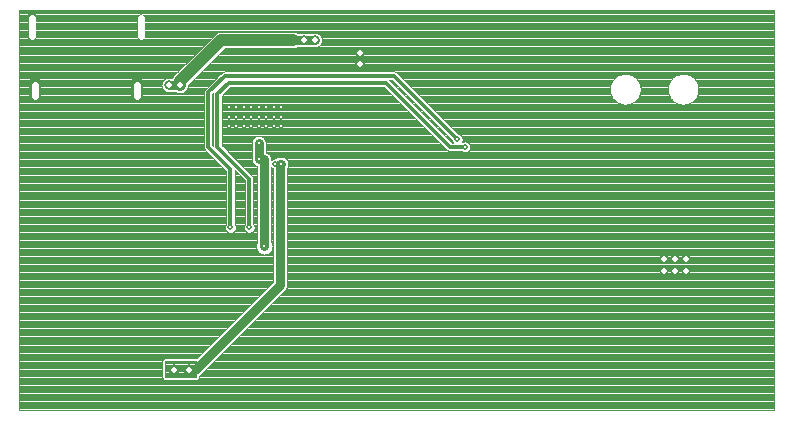
<source format=gbr>
G04 DipTrace 3.3.1.3*
G04 Bottom.gbr*
%MOMM*%
G04 #@! TF.FileFunction,Copper,L2,Bot*
G04 #@! TF.Part,Single*
%ADD13C,0.3*%
%ADD15C,0.5*%
%ADD66C,0.6*%
G04 #@! TA.AperFunction,ViaPad*
%ADD14C,0.8*%
%ADD16C,1.0*%
G04 #@! TA.AperFunction,CopperBalancing*
%ADD20C,0.1*%
G04 #@! TA.AperFunction,ComponentPad*
%ADD61O,1.1X2.1*%
%ADD63O,0.7X2.2*%
%ADD64R,0.7X2.2*%
%FSLAX35Y35*%
G04*
G71*
G90*
G75*
G01*
G04 Bottom*
%LPD*%
X2366050Y1397673D2*
D13*
X2540673D1*
D14*
X3260800Y2117800D1*
Y3143927D1*
X3270927D1*
X2493050Y1397673D2*
D13*
X2540673D1*
X4763177Y3350300D2*
X4223427Y3890050D1*
X2794673D1*
X2651800Y3747177D1*
Y3286800D1*
X2842300Y3096300D1*
Y2604173D1*
X3080800Y3180800D2*
D14*
X3128050D1*
Y2445427D1*
X3080800Y3320800D2*
Y3180800D1*
X3001050Y2604173D2*
D13*
Y3016923D1*
X2731173Y3286800D1*
Y3731300D1*
X2826423Y3826550D1*
X4159923D1*
X4699673Y3286800D1*
X4826673D1*
X2318427Y3810677D2*
D14*
X2413677Y3810673D1*
D16*
Y3842427D1*
X2762927Y4191677D1*
X3371427D1*
D14*
X3461427D1*
X3556673D2*
X3461427D1*
D15*
X3128050Y2445427D3*
X3001050Y2604173D3*
X2842300D3*
X3080800Y3320800D3*
X4763177Y3350300D3*
X4826673Y3286800D3*
X3080800Y3180800D3*
X3270927Y3143927D3*
X3223300D3*
D16*
X2366050Y1397673D3*
X2493050D3*
D14*
X6509427Y2334300D3*
X3937677Y4080550D3*
X6509423Y2239050D3*
X6699927Y2334300D3*
X3937673Y3985300D3*
X6699927Y2239050D3*
X6604673D3*
Y2334300D3*
X3461427Y4191677D3*
X3556673D3*
X2413677Y3810673D3*
X2318427Y3810677D3*
D15*
X2826427Y3461423D3*
X2889927D3*
X2953427D3*
X3016923D3*
X3080427D3*
X3143927D3*
X3207423D3*
X3270927D3*
X2826427Y3540800D3*
X2889927D3*
X2953430D3*
X3016920D3*
X3080430D3*
X3143930D3*
X3207420D3*
X3270923D3*
X2826430Y3620173D3*
X2889930D3*
X2953433D3*
X3016923D3*
X3080433D3*
X3143933D3*
X3207423D3*
X3270930D3*
X2292683Y1462383D2*
D20*
X2550547D1*
X2292683Y1452717D2*
X2550547D1*
X2292683Y1443050D2*
X2550547D1*
X2292683Y1433383D2*
X2550547D1*
X2292683Y1423717D2*
X2550547D1*
X2292683Y1414050D2*
X2550547D1*
X2292683Y1404383D2*
X2550547D1*
X2292683Y1394717D2*
X2550547D1*
X2292683Y1385050D2*
X2550547D1*
X2292683Y1375383D2*
X2550547D1*
X2292683Y1365717D2*
X2550547D1*
X2292683Y1356050D2*
X2550547D1*
X2292683Y1346383D2*
X2550547D1*
X2551530Y1472050D2*
X2291687D1*
X2291673Y1339180D1*
X2551537Y1339173D1*
X2551550Y1472043D1*
X1056810Y4436133D2*
X7444790D1*
X1056810Y4426467D2*
X7444790D1*
X1056810Y4416800D2*
X7444790D1*
X1056810Y4407133D2*
X7444790D1*
X1056810Y4397467D2*
X7444790D1*
X1056810Y4387800D2*
X7444790D1*
X1056810Y4378133D2*
X7444790D1*
X1056810Y4368467D2*
X7444790D1*
X1056810Y4358800D2*
X7444790D1*
X1056810Y4349133D2*
X7444790D1*
X1056810Y4339467D2*
X7444790D1*
X1056810Y4329800D2*
X7444790D1*
X1056810Y4320133D2*
X7444790D1*
X1056810Y4310467D2*
X7444790D1*
X1056810Y4300800D2*
X7444790D1*
X1056810Y4291133D2*
X7444790D1*
X1056810Y4281467D2*
X7444790D1*
X1056810Y4271800D2*
X7444790D1*
X1056810Y4262133D2*
X2757427D1*
X3376927D2*
X7444790D1*
X1056810Y4252467D2*
X2726020D1*
X3408333D2*
X7444790D1*
X1056810Y4242800D2*
X2713227D1*
X3590207D2*
X7444790D1*
X1056810Y4233133D2*
X2703540D1*
X3601867D2*
X7444790D1*
X1056810Y4223467D2*
X2693873D1*
X3609270D2*
X7444790D1*
X1056810Y4213800D2*
X2684203D1*
X3614093D2*
X7444790D1*
X1056810Y4204133D2*
X2674537D1*
X3616987D2*
X7444790D1*
X1056810Y4194467D2*
X2664867D1*
X3618217D2*
X7444790D1*
X1056810Y4184800D2*
X2655200D1*
X3617883D2*
X7444790D1*
X1056810Y4175133D2*
X2645533D1*
X3615970D2*
X7444790D1*
X1056810Y4165467D2*
X2635863D1*
X3612317D2*
X7444790D1*
X1056810Y4155800D2*
X2626217D1*
X3606517D2*
X7444790D1*
X1056810Y4146133D2*
X2616547D1*
X3597650D2*
X7444790D1*
X1056810Y4136467D2*
X2606880D1*
X3582650D2*
X7444790D1*
X1056810Y4126800D2*
X2597213D1*
X3400267D2*
X7444790D1*
X1056810Y4117133D2*
X2587543D1*
X2789230D2*
X7444790D1*
X1056810Y4107467D2*
X2577877D1*
X2779563D2*
X7444790D1*
X1056810Y4097800D2*
X2568207D1*
X2769897D2*
X7444790D1*
X1056810Y4088133D2*
X2558540D1*
X2760227D2*
X7444790D1*
X1056810Y4078467D2*
X2548873D1*
X2750560D2*
X7444790D1*
X1056810Y4068800D2*
X2539203D1*
X2740893D2*
X7444790D1*
X1056810Y4059133D2*
X2529537D1*
X2731223D2*
X7444790D1*
X1056810Y4049467D2*
X2519867D1*
X2721557D2*
X7444790D1*
X1056810Y4039800D2*
X2510200D1*
X2711887D2*
X7444790D1*
X1056810Y4030133D2*
X2500533D1*
X2702220D2*
X7444790D1*
X1056810Y4020467D2*
X2490863D1*
X2692553D2*
X7444790D1*
X1056810Y4010800D2*
X2481217D1*
X2682903D2*
X7444790D1*
X1056810Y4001133D2*
X2471547D1*
X2673237D2*
X7444790D1*
X1056810Y3991467D2*
X2461880D1*
X2663567D2*
X7444790D1*
X1056810Y3981800D2*
X2452213D1*
X2653900D2*
X7444790D1*
X1056810Y3972133D2*
X2442543D1*
X2644230D2*
X7444790D1*
X1056810Y3962467D2*
X2432877D1*
X2634563D2*
X7444790D1*
X1056810Y3952800D2*
X2423207D1*
X2624897D2*
X7444790D1*
X1056810Y3943133D2*
X2413540D1*
X2615227D2*
X7444790D1*
X1056810Y3933467D2*
X2403873D1*
X2605560D2*
X7444790D1*
X1056810Y3923800D2*
X2394203D1*
X2595893D2*
X2782350D1*
X4235757D2*
X7444790D1*
X1056810Y3914133D2*
X2384537D1*
X2586223D2*
X2767407D1*
X4250697D2*
X7444790D1*
X1056810Y3904467D2*
X2374867D1*
X2576557D2*
X2757740D1*
X4260363D2*
X6168343D1*
X6200247D2*
X6658343D1*
X6690247D2*
X7444790D1*
X1056810Y3894800D2*
X2365200D1*
X2566887D2*
X2748070D1*
X4270033D2*
X6131977D1*
X6236633D2*
X6621977D1*
X6726633D2*
X7444790D1*
X1056810Y3885133D2*
X2356450D1*
X2557220D2*
X2738403D1*
X4279680D2*
X6113600D1*
X6255013D2*
X6603600D1*
X6745013D2*
X7444790D1*
X1056810Y3875467D2*
X2350280D1*
X2547553D2*
X2728737D1*
X4289350D2*
X6100260D1*
X6268333D2*
X6590260D1*
X6758333D2*
X7444790D1*
X1056810Y3865800D2*
X2292250D1*
X2537903D2*
X2719067D1*
X4299017D2*
X6089770D1*
X6278820D2*
X6579770D1*
X6768820D2*
X7444790D1*
X1056810Y3856133D2*
X2277350D1*
X2528237D2*
X2709420D1*
X4308683D2*
X6081273D1*
X6287337D2*
X6571273D1*
X6777337D2*
X7444790D1*
X1056810Y3846467D2*
X2268520D1*
X2518567D2*
X2699750D1*
X4191360D2*
X4215670D1*
X4318353D2*
X6074283D1*
X6294330D2*
X6564283D1*
X6784330D2*
X7444790D1*
X1056810Y3836800D2*
X2262740D1*
X2508900D2*
X2690083D1*
X4201030D2*
X4225337D1*
X4328020D2*
X6068520D1*
X6300090D2*
X6558520D1*
X6790090D2*
X7444790D1*
X1056810Y3827133D2*
X2259107D1*
X2499230D2*
X2680417D1*
X4210677D2*
X4235007D1*
X4337690D2*
X6063813D1*
X6304797D2*
X6553813D1*
X6794797D2*
X7444790D1*
X1056810Y3817467D2*
X2257213D1*
X2489563D2*
X2670747D1*
X4220343D2*
X4244673D1*
X4347357D2*
X6060023D1*
X6308567D2*
X6550023D1*
X6798567D2*
X7444790D1*
X1056810Y3807800D2*
X2256900D1*
X2485227D2*
X2661080D1*
X4230013D2*
X4254320D1*
X4357023D2*
X6057113D1*
X6311497D2*
X6547113D1*
X6801497D2*
X7444790D1*
X1056810Y3798133D2*
X2258130D1*
X2484153D2*
X2651410D1*
X4239680D2*
X4263990D1*
X4366693D2*
X6054987D1*
X6313627D2*
X6544987D1*
X6803627D2*
X7444790D1*
X1056810Y3788467D2*
X2261040D1*
X2481693D2*
X2641743D1*
X2839680D2*
X4146667D1*
X4249350D2*
X4273657D1*
X4376360D2*
X6053600D1*
X6314993D2*
X6543600D1*
X6804993D2*
X7444790D1*
X1056810Y3778800D2*
X2265883D1*
X2477670D2*
X2632077D1*
X2830013D2*
X4156333D1*
X4259017D2*
X4283327D1*
X4386030D2*
X6052953D1*
X6315637D2*
X6542953D1*
X6805637D2*
X7444790D1*
X1056810Y3769133D2*
X2273307D1*
X2471770D2*
X2622780D1*
X2820343D2*
X4166000D1*
X4268683D2*
X4292993D1*
X4395697D2*
X6053033D1*
X6315580D2*
X6543033D1*
X6805580D2*
X7444790D1*
X1056810Y3759467D2*
X2285023D1*
X2463273D2*
X2617387D1*
X2810677D2*
X4175670D1*
X4278353D2*
X4302660D1*
X4405363D2*
X6053813D1*
X6314780D2*
X6543813D1*
X6804780D2*
X7444790D1*
X1056810Y3749800D2*
X2376920D1*
X2450443D2*
X2615297D1*
X2801030D2*
X4185317D1*
X4288020D2*
X4312330D1*
X4415033D2*
X6055337D1*
X6313257D2*
X6545337D1*
X6803257D2*
X7444790D1*
X1056810Y3740133D2*
X2409770D1*
X2417590D2*
X2615200D1*
X2791360D2*
X4194987D1*
X4297690D2*
X4321997D1*
X4424680D2*
X6057623D1*
X6310970D2*
X6547623D1*
X6800970D2*
X7444790D1*
X1056810Y3730467D2*
X2615200D1*
X2688393D2*
X2694587D1*
X2781693D2*
X4204653D1*
X4307357D2*
X4331667D1*
X4434350D2*
X6060707D1*
X6307883D2*
X6550707D1*
X6797883D2*
X7444790D1*
X1056810Y3720800D2*
X2615200D1*
X2688393D2*
X2694587D1*
X2772023D2*
X4214320D1*
X4317023D2*
X4341333D1*
X4444017D2*
X6064673D1*
X6303940D2*
X6554673D1*
X6793940D2*
X7444790D1*
X1056810Y3711133D2*
X2615200D1*
X2688393D2*
X2694587D1*
X2767767D2*
X4223990D1*
X4326693D2*
X4351000D1*
X4453683D2*
X6069577D1*
X6299037D2*
X6559577D1*
X6789037D2*
X7444790D1*
X1056810Y3701467D2*
X2615200D1*
X2688393D2*
X2694587D1*
X2767767D2*
X4233657D1*
X4336360D2*
X4360670D1*
X4463353D2*
X6075553D1*
X6293040D2*
X6565553D1*
X6783040D2*
X7444790D1*
X1056810Y3691800D2*
X2615200D1*
X2688393D2*
X2694587D1*
X2767767D2*
X4243327D1*
X4346030D2*
X4370337D1*
X4473020D2*
X6082837D1*
X6285773D2*
X6572837D1*
X6775773D2*
X7444790D1*
X1056810Y3682133D2*
X2615200D1*
X2688393D2*
X2694587D1*
X2767767D2*
X4252993D1*
X4355677D2*
X4380007D1*
X4482690D2*
X6091683D1*
X6276907D2*
X6581683D1*
X6766907D2*
X7444790D1*
X1056810Y3672467D2*
X2615200D1*
X2688393D2*
X2694587D1*
X2767767D2*
X4262660D1*
X4365343D2*
X4389673D1*
X4492357D2*
X6102643D1*
X6265970D2*
X6592643D1*
X6755970D2*
X7444790D1*
X1056810Y3662800D2*
X2615200D1*
X2688393D2*
X2694587D1*
X2767767D2*
X4272330D1*
X4375013D2*
X4399320D1*
X4502023D2*
X6116723D1*
X6251867D2*
X6606723D1*
X6741867D2*
X7444790D1*
X1056810Y3653133D2*
X2615200D1*
X2688393D2*
X2694587D1*
X2767767D2*
X4281997D1*
X4384680D2*
X4408990D1*
X4511693D2*
X6136703D1*
X6231887D2*
X6626703D1*
X6721887D2*
X7444790D1*
X1056810Y3643467D2*
X2615200D1*
X2688393D2*
X2694587D1*
X2767767D2*
X4291667D1*
X4394350D2*
X4418657D1*
X4521360D2*
X7444790D1*
X1056810Y3633800D2*
X2615200D1*
X2688393D2*
X2694587D1*
X2767767D2*
X4301333D1*
X4404017D2*
X4428327D1*
X4531030D2*
X7444790D1*
X1056810Y3624133D2*
X2615200D1*
X2688393D2*
X2694587D1*
X2767767D2*
X4311000D1*
X4413683D2*
X4437993D1*
X4540697D2*
X7444790D1*
X1056810Y3614467D2*
X2615200D1*
X2688393D2*
X2694587D1*
X2767767D2*
X4320670D1*
X4423353D2*
X4447660D1*
X4550363D2*
X7444790D1*
X1056810Y3604800D2*
X2615200D1*
X2688393D2*
X2694587D1*
X2767767D2*
X4330317D1*
X4433020D2*
X4457330D1*
X4560033D2*
X7444790D1*
X1056810Y3595133D2*
X2615200D1*
X2688393D2*
X2694587D1*
X2767767D2*
X4339987D1*
X4442690D2*
X4466997D1*
X4569680D2*
X7444790D1*
X1056810Y3585467D2*
X2615200D1*
X2688393D2*
X2694587D1*
X2767767D2*
X4349653D1*
X4452357D2*
X4476667D1*
X4579350D2*
X7444790D1*
X1056810Y3575800D2*
X2615200D1*
X2688393D2*
X2694587D1*
X2767767D2*
X4359320D1*
X4462023D2*
X4486333D1*
X4589017D2*
X7444790D1*
X1056810Y3566133D2*
X2615200D1*
X2688393D2*
X2694587D1*
X2767767D2*
X4368990D1*
X4471693D2*
X4496000D1*
X4598683D2*
X7444790D1*
X1056810Y3556467D2*
X2615200D1*
X2688393D2*
X2694587D1*
X2767767D2*
X4378657D1*
X4481360D2*
X4505670D1*
X4608353D2*
X7444790D1*
X1056810Y3546800D2*
X2615200D1*
X2688393D2*
X2694587D1*
X2767767D2*
X4388327D1*
X4491030D2*
X4515337D1*
X4618020D2*
X7444790D1*
X1056810Y3537133D2*
X2615200D1*
X2688393D2*
X2694587D1*
X2767767D2*
X4397993D1*
X4500677D2*
X4525007D1*
X4627690D2*
X7444790D1*
X1056810Y3527467D2*
X2615200D1*
X2688393D2*
X2694587D1*
X2767767D2*
X4407660D1*
X4510343D2*
X4534673D1*
X4637357D2*
X7444790D1*
X1056810Y3517800D2*
X2615200D1*
X2688393D2*
X2694587D1*
X2767767D2*
X4417330D1*
X4520013D2*
X4544320D1*
X4647023D2*
X7444790D1*
X1056810Y3508133D2*
X2615200D1*
X2688393D2*
X2694587D1*
X2767767D2*
X4426997D1*
X4529680D2*
X4553990D1*
X4656693D2*
X7444790D1*
X1056810Y3498467D2*
X2615200D1*
X2688393D2*
X2694587D1*
X2767767D2*
X4436667D1*
X4539350D2*
X4563657D1*
X4666360D2*
X7444790D1*
X1056810Y3488800D2*
X2615200D1*
X2688393D2*
X2694587D1*
X2767767D2*
X4446333D1*
X4549017D2*
X4573327D1*
X4676030D2*
X7444790D1*
X1056810Y3479133D2*
X2615200D1*
X2688393D2*
X2694587D1*
X2767767D2*
X4456000D1*
X4558683D2*
X4582993D1*
X4685697D2*
X7444790D1*
X1056810Y3469467D2*
X2615200D1*
X2688393D2*
X2694587D1*
X2767767D2*
X4465670D1*
X4568353D2*
X4592660D1*
X4695363D2*
X7444790D1*
X1056810Y3459800D2*
X2615200D1*
X2688393D2*
X2694587D1*
X2767767D2*
X4475317D1*
X4578020D2*
X4602330D1*
X4705033D2*
X7444790D1*
X1056810Y3450133D2*
X2615200D1*
X2688393D2*
X2694587D1*
X2767767D2*
X4484987D1*
X4587690D2*
X4611997D1*
X4714680D2*
X7444790D1*
X1056810Y3440467D2*
X2615200D1*
X2688393D2*
X2694587D1*
X2767767D2*
X4494653D1*
X4597357D2*
X4621667D1*
X4724350D2*
X7444790D1*
X1056810Y3430800D2*
X2615200D1*
X2688393D2*
X2694587D1*
X2767767D2*
X4504320D1*
X4607023D2*
X4631333D1*
X4734017D2*
X7444790D1*
X1056810Y3421133D2*
X2615200D1*
X2688393D2*
X2694587D1*
X2767767D2*
X4513990D1*
X4616693D2*
X4641000D1*
X4743683D2*
X7444790D1*
X1056810Y3411467D2*
X2615200D1*
X2688393D2*
X2694587D1*
X2767767D2*
X4523657D1*
X4626360D2*
X4650670D1*
X4753353D2*
X7444790D1*
X1056810Y3401800D2*
X2615200D1*
X2688393D2*
X2694587D1*
X2767767D2*
X4533327D1*
X4636030D2*
X4660337D1*
X4763020D2*
X7444790D1*
X1056810Y3392133D2*
X2615200D1*
X2688393D2*
X2694587D1*
X2767767D2*
X4542993D1*
X4645677D2*
X4670007D1*
X4782317D2*
X7444790D1*
X1056810Y3382467D2*
X2615200D1*
X2688393D2*
X2694587D1*
X2767767D2*
X4552660D1*
X4655343D2*
X4679673D1*
X4796497D2*
X7444790D1*
X1056810Y3372800D2*
X2615200D1*
X2688393D2*
X2694587D1*
X2767767D2*
X3048677D1*
X3112923D2*
X4562330D1*
X4665013D2*
X4689320D1*
X4803840D2*
X7444790D1*
X1056810Y3363133D2*
X2615200D1*
X2688393D2*
X2694587D1*
X2767767D2*
X3036430D1*
X3125170D2*
X4571997D1*
X4674680D2*
X4698990D1*
X4807943D2*
X7444790D1*
X1056810Y3353467D2*
X2615200D1*
X2688393D2*
X2694587D1*
X2767767D2*
X3028757D1*
X3132843D2*
X4581667D1*
X4684350D2*
X4708657D1*
X4809660D2*
X7444790D1*
X1056810Y3343800D2*
X2615200D1*
X2688393D2*
X2694587D1*
X2767767D2*
X3023737D1*
X3137863D2*
X4591333D1*
X4694017D2*
X4717037D1*
X4809310D2*
X7444790D1*
X1056810Y3334133D2*
X2615200D1*
X2688393D2*
X2694587D1*
X2767767D2*
X3020690D1*
X3140910D2*
X4601000D1*
X4703683D2*
X4719537D1*
X4806810D2*
X7444790D1*
X1056810Y3324467D2*
X2615200D1*
X2688393D2*
X2694587D1*
X2767767D2*
X3019303D1*
X3142297D2*
X4610670D1*
X4713353D2*
X4724593D1*
X4853373D2*
X7444790D1*
X1056810Y3314800D2*
X2615200D1*
X2688393D2*
X2694587D1*
X2767767D2*
X3019203D1*
X3142397D2*
X4620317D1*
X4863667D2*
X7444790D1*
X1056810Y3305133D2*
X2615200D1*
X2688393D2*
X2694587D1*
X2767767D2*
X3019203D1*
X3142397D2*
X4629987D1*
X4869427D2*
X7444790D1*
X1056810Y3295467D2*
X2615200D1*
X2773860D2*
X3019203D1*
X3142397D2*
X4639653D1*
X4872433D2*
X7444790D1*
X1056810Y3285800D2*
X2615220D1*
X2783530D2*
X3019203D1*
X3142397D2*
X4649320D1*
X4873257D2*
X7444790D1*
X1056810Y3276133D2*
X2616840D1*
X2793177D2*
X3019203D1*
X3142397D2*
X4658990D1*
X4872007D2*
X7444790D1*
X1056810Y3266467D2*
X2621587D1*
X2802843D2*
X3019203D1*
X3142397D2*
X4668657D1*
X4868490D2*
X7444790D1*
X1056810Y3256800D2*
X2630453D1*
X2812513D2*
X3019203D1*
X3142397D2*
X4679497D1*
X4862023D2*
X7444790D1*
X1056810Y3247133D2*
X2640123D1*
X2822180D2*
X3019203D1*
X3142397D2*
X4803190D1*
X4850170D2*
X7444790D1*
X1056810Y3237467D2*
X2649790D1*
X2831850D2*
X3019203D1*
X3150520D2*
X7444790D1*
X1056810Y3227800D2*
X2659457D1*
X2841517D2*
X3019203D1*
X3167297D2*
X7444790D1*
X1056810Y3218133D2*
X2669127D1*
X2851183D2*
X3019203D1*
X3176790D2*
X7444790D1*
X1056810Y3208467D2*
X2678793D1*
X2860853D2*
X3019203D1*
X3182963D2*
X7444790D1*
X1056810Y3198800D2*
X2688463D1*
X2870520D2*
X3019203D1*
X3186907D2*
X3234087D1*
X3297650D2*
X7444790D1*
X1056810Y3189133D2*
X2698110D1*
X2880190D2*
X3019203D1*
X3189077D2*
X3216333D1*
X3312280D2*
X7444790D1*
X1056810Y3179467D2*
X2707780D1*
X2889857D2*
X3019223D1*
X3189643D2*
X3193723D1*
X3321010D2*
X7444790D1*
X1056810Y3169800D2*
X2717447D1*
X2899523D2*
X3020200D1*
X3326730D2*
X7444790D1*
X1056810Y3160133D2*
X2727113D1*
X2909193D2*
X3022837D1*
X3330327D2*
X7444790D1*
X1056810Y3150467D2*
X2736783D1*
X2918860D2*
X3027330D1*
X3332180D2*
X7444790D1*
X1056810Y3140800D2*
X2746450D1*
X2928530D2*
X3034283D1*
X3332453D2*
X7444790D1*
X1056810Y3131133D2*
X2756117D1*
X2938177D2*
X3045083D1*
X3331167D2*
X7444790D1*
X1056810Y3121467D2*
X2765787D1*
X2947843D2*
X3066450D1*
X3328217D2*
X7444790D1*
X1056810Y3111800D2*
X2775453D1*
X2957513D2*
X3066450D1*
X3323313D2*
X7444790D1*
X1056810Y3102133D2*
X2785123D1*
X2967180D2*
X3066450D1*
X3189643D2*
X3199203D1*
X3322397D2*
X7444790D1*
X1056810Y3092467D2*
X2794790D1*
X2976850D2*
X3066450D1*
X3189643D2*
X3199203D1*
X3322397D2*
X7444790D1*
X1056810Y3082800D2*
X2804457D1*
X2878900D2*
X2883827D1*
X2986517D2*
X3066450D1*
X3189643D2*
X3199203D1*
X3322397D2*
X7444790D1*
X1056810Y3073133D2*
X2805707D1*
X2878900D2*
X2893500D1*
X2996183D2*
X3066450D1*
X3189643D2*
X3199203D1*
X3322397D2*
X7444790D1*
X1056810Y3063467D2*
X2805707D1*
X2878900D2*
X2903170D1*
X3005853D2*
X3066450D1*
X3189643D2*
X3199203D1*
X3322397D2*
X7444790D1*
X1056810Y3053800D2*
X2805707D1*
X2878900D2*
X2912817D1*
X3015520D2*
X3066450D1*
X3189643D2*
X3199203D1*
X3322397D2*
X7444790D1*
X1056810Y3044133D2*
X2805707D1*
X2878900D2*
X2922487D1*
X3025190D2*
X3066450D1*
X3189643D2*
X3199203D1*
X3322397D2*
X7444790D1*
X1056810Y3034467D2*
X2805707D1*
X2878900D2*
X2932153D1*
X3033020D2*
X3066450D1*
X3189643D2*
X3199203D1*
X3322397D2*
X7444790D1*
X1056810Y3024800D2*
X2805707D1*
X2878900D2*
X2941820D1*
X3036770D2*
X3066450D1*
X3189643D2*
X3199203D1*
X3322397D2*
X7444790D1*
X1056810Y3015133D2*
X2805707D1*
X2878900D2*
X2951490D1*
X3037650D2*
X3066450D1*
X3189643D2*
X3199203D1*
X3322397D2*
X7444790D1*
X1056810Y3005467D2*
X2805707D1*
X2878900D2*
X2961157D1*
X3037650D2*
X3066450D1*
X3189643D2*
X3199203D1*
X3322397D2*
X7444790D1*
X1056810Y2995800D2*
X2805707D1*
X2878900D2*
X2964457D1*
X3037650D2*
X3066450D1*
X3189643D2*
X3199203D1*
X3322397D2*
X7444790D1*
X1056810Y2986133D2*
X2805707D1*
X2878900D2*
X2964457D1*
X3037650D2*
X3066450D1*
X3189643D2*
X3199203D1*
X3322397D2*
X7444790D1*
X1056810Y2976467D2*
X2805707D1*
X2878900D2*
X2964457D1*
X3037650D2*
X3066450D1*
X3189643D2*
X3199203D1*
X3322397D2*
X7444790D1*
X1056810Y2966800D2*
X2805707D1*
X2878900D2*
X2964457D1*
X3037650D2*
X3066450D1*
X3189643D2*
X3199203D1*
X3322397D2*
X7444790D1*
X1056810Y2957133D2*
X2805707D1*
X2878900D2*
X2964457D1*
X3037650D2*
X3066450D1*
X3189643D2*
X3199203D1*
X3322397D2*
X7444790D1*
X1056810Y2947467D2*
X2805707D1*
X2878900D2*
X2964457D1*
X3037650D2*
X3066450D1*
X3189643D2*
X3199203D1*
X3322397D2*
X7444790D1*
X1056810Y2937800D2*
X2805707D1*
X2878900D2*
X2964457D1*
X3037650D2*
X3066450D1*
X3189643D2*
X3199203D1*
X3322397D2*
X7444790D1*
X1056810Y2928133D2*
X2805707D1*
X2878900D2*
X2964457D1*
X3037650D2*
X3066450D1*
X3189643D2*
X3199203D1*
X3322397D2*
X7444790D1*
X1056810Y2918467D2*
X2805707D1*
X2878900D2*
X2964457D1*
X3037650D2*
X3066450D1*
X3189643D2*
X3199203D1*
X3322397D2*
X7444790D1*
X1056810Y2908800D2*
X2805707D1*
X2878900D2*
X2964457D1*
X3037650D2*
X3066450D1*
X3189643D2*
X3199203D1*
X3322397D2*
X7444790D1*
X1056810Y2899133D2*
X2805707D1*
X2878900D2*
X2964457D1*
X3037650D2*
X3066450D1*
X3189643D2*
X3199203D1*
X3322397D2*
X7444790D1*
X1056810Y2889467D2*
X2805707D1*
X2878900D2*
X2964457D1*
X3037650D2*
X3066450D1*
X3189643D2*
X3199203D1*
X3322397D2*
X7444790D1*
X1056810Y2879800D2*
X2805707D1*
X2878900D2*
X2964457D1*
X3037650D2*
X3066450D1*
X3189643D2*
X3199203D1*
X3322397D2*
X7444790D1*
X1056810Y2870133D2*
X2805707D1*
X2878900D2*
X2964457D1*
X3037650D2*
X3066450D1*
X3189643D2*
X3199203D1*
X3322397D2*
X7444790D1*
X1056810Y2860467D2*
X2805707D1*
X2878900D2*
X2964457D1*
X3037650D2*
X3066450D1*
X3189643D2*
X3199203D1*
X3322397D2*
X7444790D1*
X1056810Y2850800D2*
X2805707D1*
X2878900D2*
X2964457D1*
X3037650D2*
X3066450D1*
X3189643D2*
X3199203D1*
X3322397D2*
X7444790D1*
X1056810Y2841133D2*
X2805707D1*
X2878900D2*
X2964457D1*
X3037650D2*
X3066450D1*
X3189643D2*
X3199203D1*
X3322397D2*
X7444790D1*
X1056810Y2831467D2*
X2805707D1*
X2878900D2*
X2964457D1*
X3037650D2*
X3066450D1*
X3189643D2*
X3199203D1*
X3322397D2*
X7444790D1*
X1056810Y2821800D2*
X2805707D1*
X2878900D2*
X2964457D1*
X3037650D2*
X3066450D1*
X3189643D2*
X3199203D1*
X3322397D2*
X7444790D1*
X1056810Y2812133D2*
X2805707D1*
X2878900D2*
X2964457D1*
X3037650D2*
X3066450D1*
X3189643D2*
X3199203D1*
X3322397D2*
X7444790D1*
X1056810Y2802467D2*
X2805707D1*
X2878900D2*
X2964457D1*
X3037650D2*
X3066450D1*
X3189643D2*
X3199203D1*
X3322397D2*
X7444790D1*
X1056810Y2792800D2*
X2805707D1*
X2878900D2*
X2964457D1*
X3037650D2*
X3066450D1*
X3189643D2*
X3199203D1*
X3322397D2*
X7444790D1*
X1056810Y2783133D2*
X2805707D1*
X2878900D2*
X2964457D1*
X3037650D2*
X3066450D1*
X3189643D2*
X3199203D1*
X3322397D2*
X7444790D1*
X1056810Y2773467D2*
X2805707D1*
X2878900D2*
X2964457D1*
X3037650D2*
X3066450D1*
X3189643D2*
X3199203D1*
X3322397D2*
X7444790D1*
X1056810Y2763800D2*
X2805707D1*
X2878900D2*
X2964457D1*
X3037650D2*
X3066450D1*
X3189643D2*
X3199203D1*
X3322397D2*
X7444790D1*
X1056810Y2754133D2*
X2805707D1*
X2878900D2*
X2964457D1*
X3037650D2*
X3066450D1*
X3189643D2*
X3199203D1*
X3322397D2*
X7444790D1*
X1056810Y2744467D2*
X2805707D1*
X2878900D2*
X2964457D1*
X3037650D2*
X3066450D1*
X3189643D2*
X3199203D1*
X3322397D2*
X7444790D1*
X1056810Y2734800D2*
X2805707D1*
X2878900D2*
X2964457D1*
X3037650D2*
X3066450D1*
X3189643D2*
X3199203D1*
X3322397D2*
X7444790D1*
X1056810Y2725133D2*
X2805707D1*
X2878900D2*
X2964457D1*
X3037650D2*
X3066450D1*
X3189643D2*
X3199203D1*
X3322397D2*
X7444790D1*
X1056810Y2715467D2*
X2805707D1*
X2878900D2*
X2964457D1*
X3037650D2*
X3066450D1*
X3189643D2*
X3199203D1*
X3322397D2*
X7444790D1*
X1056810Y2705800D2*
X2805707D1*
X2878900D2*
X2964457D1*
X3037650D2*
X3066450D1*
X3189643D2*
X3199203D1*
X3322397D2*
X7444790D1*
X1056810Y2696133D2*
X2805707D1*
X2878900D2*
X2964457D1*
X3037650D2*
X3066450D1*
X3189643D2*
X3199203D1*
X3322397D2*
X7444790D1*
X1056810Y2686467D2*
X2805707D1*
X2878900D2*
X2964457D1*
X3037650D2*
X3066450D1*
X3189643D2*
X3199203D1*
X3322397D2*
X7444790D1*
X1056810Y2676800D2*
X2805707D1*
X2878900D2*
X2964457D1*
X3037650D2*
X3066450D1*
X3189643D2*
X3199203D1*
X3322397D2*
X7444790D1*
X1056810Y2667133D2*
X2805707D1*
X2878900D2*
X2964457D1*
X3037650D2*
X3066450D1*
X3189643D2*
X3199203D1*
X3322397D2*
X7444790D1*
X1056810Y2657467D2*
X2805707D1*
X2878900D2*
X2964457D1*
X3037650D2*
X3066450D1*
X3189643D2*
X3199203D1*
X3322397D2*
X7444790D1*
X1056810Y2647800D2*
X2805707D1*
X2878900D2*
X2964457D1*
X3037650D2*
X3066450D1*
X3189643D2*
X3199203D1*
X3322397D2*
X7444790D1*
X1056810Y2638133D2*
X2805707D1*
X2878900D2*
X2964457D1*
X3037650D2*
X3066450D1*
X3189643D2*
X3199203D1*
X3322397D2*
X7444790D1*
X1056810Y2628467D2*
X2802700D1*
X2881887D2*
X2961450D1*
X3040637D2*
X3066450D1*
X3189643D2*
X3199203D1*
X3322397D2*
X7444790D1*
X1056810Y2618800D2*
X2798110D1*
X2886497D2*
X2956860D1*
X3045247D2*
X3066450D1*
X3189643D2*
X3199203D1*
X3322397D2*
X7444790D1*
X1056810Y2609133D2*
X2795963D1*
X2888627D2*
X2954713D1*
X3047377D2*
X3066450D1*
X3189643D2*
X3199203D1*
X3322397D2*
X7444790D1*
X1056810Y2599467D2*
X2795943D1*
X2888667D2*
X2954693D1*
X3047417D2*
X3066450D1*
X3189643D2*
X3199203D1*
X3322397D2*
X7444790D1*
X1056810Y2589800D2*
X2798033D1*
X2886577D2*
X2956783D1*
X3045327D2*
X3066450D1*
X3189643D2*
X3199203D1*
X3322397D2*
X7444790D1*
X1056810Y2580133D2*
X2802543D1*
X2882043D2*
X2961293D1*
X3040793D2*
X3066450D1*
X3189643D2*
X3199203D1*
X3322397D2*
X7444790D1*
X1056810Y2570467D2*
X2810590D1*
X2874017D2*
X2969340D1*
X3032767D2*
X3066450D1*
X3189643D2*
X3199203D1*
X3322397D2*
X7444790D1*
X1056810Y2560800D2*
X2827230D1*
X2857377D2*
X2985980D1*
X3016127D2*
X3066450D1*
X3189643D2*
X3199203D1*
X3322397D2*
X7444790D1*
X1056810Y2551133D2*
X3066450D1*
X3189643D2*
X3199203D1*
X3322397D2*
X7444790D1*
X1056810Y2541467D2*
X3066450D1*
X3189643D2*
X3199203D1*
X3322397D2*
X7444790D1*
X1056810Y2531800D2*
X3066450D1*
X3189643D2*
X3199203D1*
X3322397D2*
X7444790D1*
X1056810Y2522133D2*
X3066450D1*
X3189643D2*
X3199203D1*
X3322397D2*
X7444790D1*
X1056810Y2512467D2*
X3066450D1*
X3189643D2*
X3199203D1*
X3322397D2*
X7444790D1*
X1056810Y2502800D2*
X3066450D1*
X3189643D2*
X3199203D1*
X3322397D2*
X7444790D1*
X1056810Y2493133D2*
X3066450D1*
X3189643D2*
X3199203D1*
X3322397D2*
X7444790D1*
X1056810Y2483467D2*
X3066450D1*
X3189643D2*
X3199203D1*
X3322397D2*
X7444790D1*
X1056810Y2473800D2*
X3062623D1*
X3193470D2*
X3199197D1*
X3322397D2*
X7444790D1*
X1056810Y2464133D2*
X3059183D1*
X3322397D2*
X7444790D1*
X1056810Y2454467D2*
X3057230D1*
X3322397D2*
X7444790D1*
X1056810Y2444800D2*
X3056647D1*
X3322397D2*
X7444790D1*
X1056810Y2435133D2*
X3057407D1*
X3322397D2*
X7444790D1*
X1056810Y2425467D2*
X3059537D1*
X3322397D2*
X7444790D1*
X1056810Y2415800D2*
X3063190D1*
X3192903D2*
X3199193D1*
X3322397D2*
X7444790D1*
X1056810Y2406133D2*
X3068637D1*
X3187473D2*
X3199203D1*
X3322397D2*
X7444790D1*
X1056810Y2396467D2*
X3076470D1*
X3179643D2*
X3199203D1*
X3322397D2*
X7444790D1*
X1056810Y2386800D2*
X3088070D1*
X3168020D2*
X3199203D1*
X3322397D2*
X7444790D1*
X1056810Y2377133D2*
X3109967D1*
X3146147D2*
X3199203D1*
X3322397D2*
X7444790D1*
X1056810Y2367467D2*
X3199203D1*
X3322397D2*
X7444790D1*
X1056810Y2357800D2*
X3199203D1*
X3322397D2*
X7444790D1*
X1056810Y2348133D2*
X3199203D1*
X3322397D2*
X7444790D1*
X1056810Y2338467D2*
X3199203D1*
X3322397D2*
X7444790D1*
X1056810Y2328800D2*
X3199203D1*
X3322397D2*
X7444790D1*
X1056810Y2319133D2*
X3199203D1*
X3322397D2*
X7444790D1*
X1056810Y2309467D2*
X3199203D1*
X3322397D2*
X7444790D1*
X1056810Y2299800D2*
X3199203D1*
X3322397D2*
X7444790D1*
X1056810Y2290133D2*
X3199203D1*
X3322397D2*
X7444790D1*
X1056810Y2280467D2*
X3199203D1*
X3322397D2*
X7444790D1*
X1056810Y2270800D2*
X3199203D1*
X3322397D2*
X7444790D1*
X1056810Y2261133D2*
X3199203D1*
X3322397D2*
X7444790D1*
X1056810Y2251467D2*
X3199203D1*
X3322397D2*
X7444790D1*
X1056810Y2241800D2*
X3199203D1*
X3322397D2*
X7444790D1*
X1056810Y2232133D2*
X3199203D1*
X3322397D2*
X7444790D1*
X1056810Y2222467D2*
X3199203D1*
X3322397D2*
X7444790D1*
X1056810Y2212800D2*
X3199203D1*
X3322397D2*
X7444790D1*
X1056810Y2203133D2*
X3199203D1*
X3322397D2*
X7444790D1*
X1056810Y2193467D2*
X3199203D1*
X3322397D2*
X7444790D1*
X1056810Y2183800D2*
X3199203D1*
X3322397D2*
X7444790D1*
X1056810Y2174133D2*
X3199203D1*
X3322397D2*
X7444790D1*
X1056810Y2164467D2*
X3199203D1*
X3322397D2*
X7444790D1*
X1056810Y2154800D2*
X3199203D1*
X3322397D2*
X7444790D1*
X1056810Y2145133D2*
X3199203D1*
X3322397D2*
X7444790D1*
X1056810Y2135467D2*
X3191763D1*
X3322397D2*
X7444790D1*
X1056810Y2125800D2*
X3182093D1*
X3322397D2*
X7444790D1*
X1056810Y2116133D2*
X3172427D1*
X3322377D2*
X7444790D1*
X1056810Y2106467D2*
X3162760D1*
X3321320D2*
X7444790D1*
X1056810Y2096800D2*
X3153090D1*
X3318647D2*
X7444790D1*
X1056810Y2087133D2*
X3143423D1*
X3314077D2*
X7444790D1*
X1056810Y2077467D2*
X3133773D1*
X3307023D2*
X7444790D1*
X1056810Y2067800D2*
X3124107D1*
X3297493D2*
X7444790D1*
X1056810Y2058133D2*
X3114440D1*
X3287827D2*
X7444790D1*
X1056810Y2048467D2*
X3104770D1*
X3278177D2*
X7444790D1*
X1056810Y2038800D2*
X3095103D1*
X3268510D2*
X7444790D1*
X1056810Y2029133D2*
X3085433D1*
X3258840D2*
X7444790D1*
X1056810Y2019467D2*
X3075767D1*
X3249173D2*
X7444790D1*
X1056810Y2009800D2*
X3066100D1*
X3239507D2*
X7444790D1*
X1056810Y2000133D2*
X3056430D1*
X3229837D2*
X7444790D1*
X1056810Y1990467D2*
X3046763D1*
X3220170D2*
X7444790D1*
X1056810Y1980800D2*
X3037093D1*
X3210500D2*
X7444790D1*
X1056810Y1971133D2*
X3027427D1*
X3200833D2*
X7444790D1*
X1056810Y1961467D2*
X3017760D1*
X3191167D2*
X7444790D1*
X1056810Y1951800D2*
X3008090D1*
X3181497D2*
X7444790D1*
X1056810Y1942133D2*
X2998423D1*
X3171830D2*
X7444790D1*
X1056810Y1932467D2*
X2988773D1*
X3162160D2*
X7444790D1*
X1056810Y1922800D2*
X2979107D1*
X3152493D2*
X7444790D1*
X1056810Y1913133D2*
X2969440D1*
X3142827D2*
X7444790D1*
X1056810Y1903467D2*
X2959770D1*
X3133177D2*
X7444790D1*
X1056810Y1893800D2*
X2950103D1*
X3123510D2*
X7444790D1*
X1056810Y1884133D2*
X2940433D1*
X3113840D2*
X7444790D1*
X1056810Y1874467D2*
X2930767D1*
X3104173D2*
X7444790D1*
X1056810Y1864800D2*
X2921100D1*
X3094507D2*
X7444790D1*
X1056810Y1855133D2*
X2911430D1*
X3084837D2*
X7444790D1*
X1056810Y1845467D2*
X2901763D1*
X3075170D2*
X7444790D1*
X1056810Y1835800D2*
X2892093D1*
X3065500D2*
X7444790D1*
X1056810Y1826133D2*
X2882427D1*
X3055833D2*
X7444790D1*
X1056810Y1816467D2*
X2872760D1*
X3046167D2*
X7444790D1*
X1056810Y1806800D2*
X2863090D1*
X3036497D2*
X7444790D1*
X1056810Y1797133D2*
X2853423D1*
X3026830D2*
X7444790D1*
X1056810Y1787467D2*
X2843773D1*
X3017160D2*
X7444790D1*
X1056810Y1777800D2*
X2834107D1*
X3007493D2*
X7444790D1*
X1056810Y1768133D2*
X2824440D1*
X2997827D2*
X7444790D1*
X1056810Y1758467D2*
X2814770D1*
X2988177D2*
X7444790D1*
X1056810Y1748800D2*
X2805103D1*
X2978510D2*
X7444790D1*
X1056810Y1739133D2*
X2795433D1*
X2968840D2*
X7444790D1*
X1056810Y1729467D2*
X2785767D1*
X2959173D2*
X7444790D1*
X1056810Y1719800D2*
X2776100D1*
X2949507D2*
X7444790D1*
X1056810Y1710133D2*
X2766430D1*
X2939837D2*
X7444790D1*
X1056810Y1700467D2*
X2756763D1*
X2930170D2*
X7444790D1*
X1056810Y1690800D2*
X2747093D1*
X2920500D2*
X7444790D1*
X1056810Y1681133D2*
X2737427D1*
X2910833D2*
X7444790D1*
X1056810Y1671467D2*
X2727760D1*
X2901167D2*
X7444790D1*
X1056810Y1661800D2*
X2718090D1*
X2891497D2*
X7444790D1*
X1056810Y1652133D2*
X2708423D1*
X2881830D2*
X7444790D1*
X1056810Y1642467D2*
X2698773D1*
X2872160D2*
X7444790D1*
X1056810Y1632800D2*
X2689107D1*
X2862493D2*
X7444790D1*
X1056810Y1623133D2*
X2679440D1*
X2852827D2*
X7444790D1*
X1056810Y1613467D2*
X2669770D1*
X2843177D2*
X7444790D1*
X1056810Y1603800D2*
X2660103D1*
X2833510D2*
X7444790D1*
X1056810Y1594133D2*
X2650433D1*
X2823840D2*
X7444790D1*
X1056810Y1584467D2*
X2640767D1*
X2814173D2*
X7444790D1*
X1056810Y1574800D2*
X2631100D1*
X2804507D2*
X7444790D1*
X1056810Y1565133D2*
X2621430D1*
X2794837D2*
X7444790D1*
X1056810Y1555467D2*
X2611763D1*
X2785170D2*
X7444790D1*
X1056810Y1545800D2*
X2602093D1*
X2775500D2*
X7444790D1*
X1056810Y1536133D2*
X2592427D1*
X2765833D2*
X7444790D1*
X1056810Y1526467D2*
X2582760D1*
X2756167D2*
X7444790D1*
X1056810Y1516800D2*
X2573090D1*
X2746497D2*
X7444790D1*
X1056810Y1507133D2*
X2563423D1*
X2736830D2*
X7444790D1*
X1056810Y1497467D2*
X2282933D1*
X2727160D2*
X7444790D1*
X1056810Y1487800D2*
X2268090D1*
X2717493D2*
X7444790D1*
X1056810Y1478133D2*
X2265103D1*
X2707827D2*
X7444790D1*
X1056810Y1468467D2*
X2265063D1*
X2698177D2*
X7444790D1*
X1056810Y1458800D2*
X2265063D1*
X2688510D2*
X7444790D1*
X1056810Y1449133D2*
X2265063D1*
X2678840D2*
X7444790D1*
X1056810Y1439467D2*
X2265063D1*
X2669173D2*
X7444790D1*
X1056810Y1429800D2*
X2265063D1*
X2659507D2*
X7444790D1*
X1056810Y1420133D2*
X2265063D1*
X2649837D2*
X7444790D1*
X1056810Y1410467D2*
X2265063D1*
X2640170D2*
X7444790D1*
X1056810Y1400800D2*
X2265063D1*
X2630500D2*
X7444790D1*
X1056810Y1391133D2*
X2265063D1*
X2620833D2*
X7444790D1*
X1056810Y1381467D2*
X2265063D1*
X2611167D2*
X7444790D1*
X1056810Y1371800D2*
X2265063D1*
X2601497D2*
X7444790D1*
X1056810Y1362133D2*
X2265063D1*
X2591830D2*
X7444790D1*
X1056810Y1352467D2*
X2265063D1*
X2582023D2*
X7444790D1*
X1056810Y1342800D2*
X2265063D1*
X2578157D2*
X7444790D1*
X1056810Y1333133D2*
X2265103D1*
X2578117D2*
X7444790D1*
X1056810Y1323467D2*
X2268070D1*
X2575150D2*
X7444790D1*
X1056810Y1313800D2*
X2282623D1*
X2560600D2*
X7444790D1*
X1056810Y1304133D2*
X7444790D1*
X1056810Y1294467D2*
X7444790D1*
X1056810Y1284800D2*
X7444790D1*
X1056810Y1275133D2*
X7444790D1*
X1056810Y1265467D2*
X7444790D1*
X1056810Y1255800D2*
X7444790D1*
X1056810Y1246133D2*
X7444790D1*
X1056810Y1236467D2*
X7444790D1*
X1056810Y1226800D2*
X7444790D1*
X1056810Y1217133D2*
X7444790D1*
X1056810Y1207467D2*
X7444790D1*
X1056810Y1197800D2*
X7444790D1*
X1056810Y1188133D2*
X7444790D1*
X1056810Y1178467D2*
X7444790D1*
X1056810Y1168800D2*
X7444790D1*
X1056810Y1159133D2*
X7444790D1*
X1056810Y1149467D2*
X7444790D1*
X1056810Y1139800D2*
X7444790D1*
X1056810Y1130133D2*
X7444790D1*
X1056810Y1120467D2*
X7444790D1*
X1056810Y1110800D2*
X7444790D1*
X1056810Y1101133D2*
X7444790D1*
X1056810Y1091467D2*
X7444790D1*
X1056810Y1081800D2*
X7444790D1*
X1056810Y1072133D2*
X7444790D1*
X1056810Y1062467D2*
X7444790D1*
X6804603Y3769927D2*
X6803837Y3759960D1*
X6802310Y3750080D1*
X6800030Y3740347D1*
X6797013Y3730813D1*
X6793273Y3721543D1*
X6788833Y3712587D1*
X6783720Y3703993D1*
X6777963Y3695820D1*
X6771600Y3688110D1*
X6764660Y3680910D1*
X6757193Y3674263D1*
X6749237Y3668210D1*
X6740840Y3662783D1*
X6732053Y3658013D1*
X6722927Y3653933D1*
X6713517Y3650563D1*
X6703873Y3647923D1*
X6694057Y3646033D1*
X6684123Y3644897D1*
X6674133Y3644527D1*
X6664143Y3644923D1*
X6654213Y3646083D1*
X6644400Y3648000D1*
X6634763Y3650663D1*
X6625360Y3654060D1*
X6616243Y3658163D1*
X6607470Y3662953D1*
X6599087Y3668403D1*
X6591147Y3674480D1*
X6583697Y3681143D1*
X6576777Y3688360D1*
X6570433Y3696087D1*
X6564697Y3704277D1*
X6559607Y3712880D1*
X6555190Y3721850D1*
X6551473Y3731130D1*
X6548480Y3740670D1*
X6546227Y3750410D1*
X6544723Y3760293D1*
X6543983Y3770263D1*
X6544010Y3780260D1*
X6544800Y3790227D1*
X6546353Y3800103D1*
X6548660Y3809833D1*
X6551703Y3819357D1*
X6555467Y3828617D1*
X6559930Y3837563D1*
X6565063Y3846140D1*
X6570840Y3854300D1*
X6577227Y3861993D1*
X6584180Y3869177D1*
X6591667Y3875803D1*
X6599637Y3881837D1*
X6608047Y3887243D1*
X6616847Y3891987D1*
X6625983Y3896047D1*
X6635407Y3899390D1*
X6645057Y3902007D1*
X6654877Y3903873D1*
X6664813Y3904980D1*
X6674803Y3905327D1*
X6684793Y3904903D1*
X6694720Y3903717D1*
X6704527Y3901773D1*
X6714157Y3899087D1*
X6723550Y3895667D1*
X6732657Y3891540D1*
X6741420Y3886727D1*
X6749787Y3881257D1*
X6757710Y3875160D1*
X6765147Y3868477D1*
X6772047Y3861240D1*
X6778370Y3853497D1*
X6784083Y3845293D1*
X6789153Y3836677D1*
X6793547Y3827697D1*
X6797237Y3818407D1*
X6800207Y3808860D1*
X6802437Y3799113D1*
X6803913Y3789227D1*
X6804627Y3779253D1*
X6804603Y3769927D1*
X6314603D2*
X6313837Y3759960D1*
X6312310Y3750080D1*
X6310030Y3740347D1*
X6307013Y3730813D1*
X6303273Y3721543D1*
X6298833Y3712587D1*
X6293720Y3703993D1*
X6287963Y3695820D1*
X6281600Y3688110D1*
X6274660Y3680910D1*
X6267193Y3674263D1*
X6259237Y3668210D1*
X6250840Y3662783D1*
X6242053Y3658013D1*
X6232927Y3653933D1*
X6223517Y3650563D1*
X6213873Y3647923D1*
X6204057Y3646033D1*
X6194123Y3644897D1*
X6184133Y3644527D1*
X6174143Y3644923D1*
X6164213Y3646083D1*
X6154400Y3648000D1*
X6144763Y3650663D1*
X6135360Y3654060D1*
X6126243Y3658163D1*
X6117470Y3662953D1*
X6109087Y3668403D1*
X6101147Y3674480D1*
X6093697Y3681143D1*
X6086777Y3688360D1*
X6080433Y3696087D1*
X6074697Y3704277D1*
X6069607Y3712880D1*
X6065190Y3721850D1*
X6061473Y3731130D1*
X6058480Y3740670D1*
X6056227Y3750410D1*
X6054723Y3760293D1*
X6053983Y3770263D1*
X6054010Y3780260D1*
X6054800Y3790227D1*
X6056353Y3800103D1*
X6058660Y3809833D1*
X6061703Y3819357D1*
X6065467Y3828617D1*
X6069930Y3837563D1*
X6075063Y3846140D1*
X6080840Y3854300D1*
X6087227Y3861993D1*
X6094180Y3869177D1*
X6101667Y3875803D1*
X6109637Y3881837D1*
X6118047Y3887243D1*
X6126847Y3891987D1*
X6135983Y3896047D1*
X6145407Y3899390D1*
X6155057Y3902007D1*
X6164877Y3903873D1*
X6174813Y3904980D1*
X6184803Y3905327D1*
X6194793Y3904903D1*
X6204720Y3903717D1*
X6214527Y3901773D1*
X6224157Y3899087D1*
X6233550Y3895667D1*
X6242657Y3891540D1*
X6251420Y3886727D1*
X6259787Y3881257D1*
X6267710Y3875160D1*
X6275147Y3868477D1*
X6282047Y3861240D1*
X6288370Y3853497D1*
X6294083Y3845293D1*
X6299153Y3836677D1*
X6303547Y3827697D1*
X6307237Y3818407D1*
X6310207Y3808860D1*
X6312437Y3799113D1*
X6313913Y3789227D1*
X6314627Y3779253D1*
X6314603Y3769927D1*
X3046510Y2600597D2*
X3046090Y2597040D1*
X3045390Y2593527D1*
X3044417Y2590083D1*
X3043180Y2586723D1*
X3041680Y2583470D1*
X3039930Y2580347D1*
X3037940Y2577370D1*
X3035723Y2574560D1*
X3033293Y2571930D1*
X3030663Y2569500D1*
X3027853Y2567283D1*
X3024877Y2565293D1*
X3021753Y2563543D1*
X3018500Y2562043D1*
X3015140Y2560807D1*
X3011697Y2559833D1*
X3008183Y2559133D1*
X3004627Y2558713D1*
X3001050Y2558573D1*
X2997473Y2558713D1*
X2993917Y2559133D1*
X2990403Y2559833D1*
X2986960Y2560807D1*
X2983600Y2562043D1*
X2980347Y2563543D1*
X2977223Y2565293D1*
X2974247Y2567283D1*
X2971437Y2569500D1*
X2968807Y2571930D1*
X2966377Y2574560D1*
X2964160Y2577370D1*
X2962170Y2580347D1*
X2960420Y2583470D1*
X2958920Y2586723D1*
X2957683Y2590083D1*
X2956710Y2593527D1*
X2956010Y2597040D1*
X2955590Y2600597D1*
X2955450Y2604173D1*
X2955590Y2607750D1*
X2956010Y2611307D1*
X2956710Y2614820D1*
X2957683Y2618263D1*
X2958920Y2621623D1*
X2960420Y2624877D1*
X2962170Y2628000D1*
X2965450Y2632613D1*
Y3002160D1*
X2877890Y3089737D1*
X2877900Y2632687D1*
X2881180Y2628000D1*
X2882930Y2624877D1*
X2884430Y2621623D1*
X2885667Y2618263D1*
X2886640Y2614820D1*
X2887340Y2611307D1*
X2887760Y2607750D1*
X2887900Y2604173D1*
X2887760Y2600597D1*
X2887340Y2597040D1*
X2886640Y2593527D1*
X2885667Y2590083D1*
X2884430Y2586723D1*
X2882930Y2583470D1*
X2881180Y2580347D1*
X2879190Y2577370D1*
X2876973Y2574560D1*
X2874543Y2571930D1*
X2871913Y2569500D1*
X2869103Y2567283D1*
X2866127Y2565293D1*
X2863003Y2563543D1*
X2859750Y2562043D1*
X2856390Y2560807D1*
X2852947Y2559833D1*
X2849433Y2559133D1*
X2845877Y2558713D1*
X2842300Y2558573D1*
X2838723Y2558713D1*
X2835167Y2559133D1*
X2831653Y2559833D1*
X2828210Y2560807D1*
X2824850Y2562043D1*
X2821597Y2563543D1*
X2818473Y2565293D1*
X2815497Y2567283D1*
X2812687Y2569500D1*
X2810057Y2571930D1*
X2807627Y2574560D1*
X2805410Y2577370D1*
X2803420Y2580347D1*
X2801670Y2583470D1*
X2800170Y2586723D1*
X2798933Y2590083D1*
X2797960Y2593527D1*
X2797260Y2597040D1*
X2796840Y2600597D1*
X2796700Y2604173D1*
X2796840Y2607750D1*
X2797260Y2611307D1*
X2797960Y2614820D1*
X2798933Y2618263D1*
X2800170Y2621623D1*
X2801670Y2624877D1*
X2803420Y2628000D1*
X2806700Y2632613D1*
Y3081537D1*
X2626627Y3261627D1*
X2623000Y3265873D1*
X2620080Y3270637D1*
X2617943Y3275800D1*
X2616637Y3281230D1*
X2616200Y3286810D1*
X2616310Y3749970D1*
X2617183Y3755487D1*
X2618910Y3760800D1*
X2621447Y3765777D1*
X2624730Y3770297D1*
X2633697Y3779420D1*
X2771553Y3917120D1*
X2776073Y3920403D1*
X2781050Y3922940D1*
X2786363Y3924667D1*
X2791880Y3925540D1*
X2804673Y3925650D1*
X4226220Y3925540D1*
X4231737Y3924667D1*
X4237050Y3922940D1*
X4242027Y3920403D1*
X4246547Y3917120D1*
X4255670Y3908153D1*
X4768200Y3395623D1*
X4773823Y3394640D1*
X4777267Y3393667D1*
X4780627Y3392430D1*
X4783880Y3390930D1*
X4787003Y3389180D1*
X4789980Y3387190D1*
X4792790Y3384973D1*
X4795420Y3382543D1*
X4797850Y3379913D1*
X4800067Y3377103D1*
X4802057Y3374127D1*
X4803807Y3371003D1*
X4805307Y3367750D1*
X4806543Y3364390D1*
X4807517Y3360947D1*
X4808217Y3357433D1*
X4808637Y3353877D1*
X4808777Y3350300D1*
X4808637Y3346723D1*
X4808217Y3343167D1*
X4807517Y3339653D1*
X4806543Y3336210D1*
X4805307Y3332850D1*
X4803807Y3329597D1*
X4800497Y3324137D1*
X4805970Y3327430D1*
X4809223Y3328930D1*
X4812583Y3330167D1*
X4816027Y3331140D1*
X4819540Y3331840D1*
X4823097Y3332260D1*
X4826673Y3332400D1*
X4830250Y3332260D1*
X4833807Y3331840D1*
X4837320Y3331140D1*
X4840763Y3330167D1*
X4844123Y3328930D1*
X4847377Y3327430D1*
X4850500Y3325680D1*
X4853477Y3323690D1*
X4856287Y3321473D1*
X4858917Y3319043D1*
X4861347Y3316413D1*
X4863563Y3313603D1*
X4865553Y3310627D1*
X4867303Y3307503D1*
X4868803Y3304250D1*
X4870040Y3300890D1*
X4871013Y3297447D1*
X4871713Y3293933D1*
X4872133Y3290377D1*
X4872273Y3286800D1*
X4872133Y3283223D1*
X4871713Y3279667D1*
X4871013Y3276153D1*
X4870040Y3272710D1*
X4868803Y3269350D1*
X4867303Y3266097D1*
X4865553Y3262973D1*
X4863563Y3259997D1*
X4861347Y3257187D1*
X4858917Y3254557D1*
X4856287Y3252127D1*
X4853477Y3249910D1*
X4850500Y3247920D1*
X4847377Y3246170D1*
X4844123Y3244670D1*
X4840763Y3243433D1*
X4837320Y3242460D1*
X4833807Y3241760D1*
X4830250Y3241340D1*
X4826673Y3241200D1*
X4823097Y3241340D1*
X4819540Y3241760D1*
X4816027Y3242460D1*
X4812583Y3243433D1*
X4809223Y3244670D1*
X4805970Y3246170D1*
X4802847Y3247920D1*
X4798233Y3251200D1*
X4696880Y3251310D1*
X4691363Y3252183D1*
X4686050Y3253910D1*
X4681073Y3256447D1*
X4676553Y3259730D1*
X4667430Y3268697D1*
X4145180Y3790950D1*
X2841153D1*
X2766783Y3716567D1*
X2766773Y3301553D1*
X3026223Y3042097D1*
X3029850Y3037850D1*
X3032770Y3033087D1*
X3034907Y3027923D1*
X3036213Y3022493D1*
X3036650Y3016913D1*
Y2632687D1*
X3039930Y2628000D1*
X3041680Y2624877D1*
X3043180Y2621623D1*
X3044417Y2618263D1*
X3045390Y2614820D1*
X3046090Y2611307D1*
X3046510Y2607750D1*
X3046650Y2604173D1*
X3046510Y2600597D1*
X4727143Y3322410D2*
X4724297Y3326473D1*
X4722547Y3329597D1*
X4721047Y3332850D1*
X4719810Y3336210D1*
X4718837Y3339653D1*
X4717893Y3345237D1*
X4208680Y3854450D1*
X4182040D1*
X4185097Y3851723D1*
X4714417Y3322400D1*
X4727113D1*
X3200193Y3104643D2*
X3196497Y3107037D1*
X3193687Y3109253D1*
X3191057Y3111683D1*
X3188653Y3114280D1*
X3188650Y2481250D1*
X3191153Y2476637D1*
X3193210Y2472080D1*
X3194937Y2467390D1*
X3196327Y2462587D1*
X3197373Y2457700D1*
X3198067Y2452750D1*
X3198450Y2445427D1*
X3198273Y2440430D1*
X3197740Y2435460D1*
X3196857Y2430540D1*
X3195627Y2425693D1*
X3194057Y2420950D1*
X3192153Y2416327D1*
X3189927Y2411850D1*
X3187390Y2407543D1*
X3184550Y2403430D1*
X3181427Y2399527D1*
X3178037Y2395853D1*
X3174393Y2392430D1*
X3170513Y2389277D1*
X3166423Y2386403D1*
X3162137Y2383830D1*
X3157680Y2381567D1*
X3153073Y2379623D1*
X3148343Y2378013D1*
X3143507Y2376743D1*
X3138593Y2375820D1*
X3133627Y2375247D1*
X3128633Y2375030D1*
X3123637Y2375167D1*
X3118663Y2375657D1*
X3113733Y2376497D1*
X3108880Y2377687D1*
X3104120Y2379217D1*
X3099483Y2381083D1*
X3094990Y2383273D1*
X3090660Y2385777D1*
X3086523Y2388580D1*
X3082593Y2391670D1*
X3078893Y2395030D1*
X3075440Y2398647D1*
X3072253Y2402497D1*
X3069347Y2406567D1*
X3066737Y2410830D1*
X3064437Y2415267D1*
X3062457Y2419857D1*
X3060810Y2424577D1*
X3059500Y2429400D1*
X3058533Y2434307D1*
X3057920Y2439267D1*
X3057660Y2444260D1*
X3057753Y2449257D1*
X3058203Y2454237D1*
X3059003Y2459170D1*
X3060153Y2464033D1*
X3061647Y2468807D1*
X3063473Y2473460D1*
X3065623Y2477970D1*
X3067447Y2481180D1*
X3067450Y3121697D1*
X3062073Y3123167D1*
X3057610Y3124813D1*
X3053287Y3126803D1*
X3049137Y3129130D1*
X3045180Y3131773D1*
X3041443Y3134720D1*
X3037950Y3137950D1*
X3034720Y3141443D1*
X3031773Y3145180D1*
X3029130Y3149137D1*
X3026803Y3153287D1*
X3024813Y3157610D1*
X3023167Y3162073D1*
X3021873Y3166653D1*
X3020947Y3171320D1*
X3020387Y3176047D1*
X3020200Y3185800D1*
Y3320800D1*
X3020387Y3325553D1*
X3020947Y3330280D1*
X3021873Y3334947D1*
X3023167Y3339527D1*
X3024813Y3343990D1*
X3026803Y3348313D1*
X3029130Y3352463D1*
X3031773Y3356420D1*
X3034720Y3360157D1*
X3037950Y3363650D1*
X3041443Y3366880D1*
X3045180Y3369827D1*
X3049137Y3372470D1*
X3053287Y3374797D1*
X3057610Y3376787D1*
X3062073Y3378433D1*
X3066653Y3379727D1*
X3071320Y3380653D1*
X3076047Y3381213D1*
X3080800Y3381400D1*
X3085553Y3381213D1*
X3090280Y3380653D1*
X3094947Y3379727D1*
X3099527Y3378433D1*
X3103990Y3376787D1*
X3108313Y3374797D1*
X3112463Y3372470D1*
X3116420Y3369827D1*
X3120157Y3366880D1*
X3123650Y3363650D1*
X3126880Y3360157D1*
X3129827Y3356420D1*
X3132470Y3352463D1*
X3134797Y3348313D1*
X3136787Y3343990D1*
X3138433Y3339527D1*
X3139727Y3334947D1*
X3140653Y3330280D1*
X3141213Y3325553D1*
X3141400Y3315800D1*
Y3239920D1*
X3146777Y3238433D1*
X3151240Y3236787D1*
X3155563Y3234797D1*
X3159713Y3232470D1*
X3163670Y3229827D1*
X3167407Y3226880D1*
X3170900Y3223650D1*
X3174130Y3220157D1*
X3177077Y3216420D1*
X3179720Y3212463D1*
X3182047Y3208313D1*
X3184037Y3203990D1*
X3185683Y3199527D1*
X3186977Y3194947D1*
X3187903Y3190280D1*
X3188463Y3185553D1*
X3188650Y3175800D1*
Y3173553D1*
X3191057Y3176170D1*
X3193687Y3178600D1*
X3196497Y3180817D1*
X3199473Y3182807D1*
X3202597Y3184557D1*
X3205850Y3186057D1*
X3209210Y3187293D1*
X3212653Y3188267D1*
X3216167Y3188967D1*
X3220770Y3189427D1*
X3225180Y3192953D1*
X3229137Y3195597D1*
X3233287Y3197923D1*
X3237610Y3199913D1*
X3242073Y3201560D1*
X3246653Y3202853D1*
X3251320Y3203780D1*
X3256047Y3204340D1*
X3265800Y3204527D1*
X3275680Y3204340D1*
X3280407Y3203780D1*
X3285073Y3202853D1*
X3289653Y3201560D1*
X3294117Y3199913D1*
X3298440Y3197923D1*
X3302590Y3195597D1*
X3306547Y3192953D1*
X3310283Y3190007D1*
X3313777Y3186777D1*
X3317007Y3183283D1*
X3319953Y3179547D1*
X3322597Y3175590D1*
X3324923Y3171440D1*
X3326913Y3167117D1*
X3328560Y3162653D1*
X3329853Y3158073D1*
X3330780Y3153407D1*
X3331340Y3148680D1*
X3331527Y3143927D1*
X3331340Y3139173D1*
X3330780Y3134447D1*
X3329853Y3129780D1*
X3328560Y3125200D1*
X3326913Y3120737D1*
X3324923Y3116413D1*
X3321410Y3110487D1*
X3321400Y2117800D1*
X3321213Y2113047D1*
X3320653Y2108320D1*
X3319727Y2103653D1*
X3318433Y2099073D1*
X3316787Y2094610D1*
X3314797Y2090287D1*
X3312470Y2086137D1*
X3309827Y2082180D1*
X3306880Y2078443D1*
X3300117Y2071413D1*
X2583523Y1354823D1*
X2580030Y1351593D1*
X2577153Y1349327D1*
X2577087Y1332557D1*
X2576580Y1329363D1*
X2575583Y1326290D1*
X2574113Y1323410D1*
X2572213Y1320793D1*
X2569930Y1318510D1*
X2567313Y1316610D1*
X2564433Y1315140D1*
X2561360Y1314143D1*
X2558167Y1313637D1*
X2531550Y1313573D1*
X2285057Y1313637D1*
X2281863Y1314143D1*
X2278790Y1315140D1*
X2275910Y1316610D1*
X2273293Y1318510D1*
X2271010Y1320793D1*
X2269110Y1323410D1*
X2267640Y1326290D1*
X2266643Y1329363D1*
X2266137Y1332557D1*
X2266073Y1359173D1*
X2266137Y1478667D1*
X2266643Y1481860D1*
X2267640Y1484933D1*
X2269110Y1487813D1*
X2271010Y1490430D1*
X2273293Y1492713D1*
X2275910Y1494613D1*
X2278790Y1496083D1*
X2281863Y1497080D1*
X2285057Y1497587D1*
X2311673Y1497650D1*
X2554930D1*
X3200193Y2142893D1*
X3200200Y3104617D1*
X2697333Y3742363D2*
X2687387Y3732420D1*
X2687400Y3301533D1*
X2695577Y3293370D1*
X2695683Y3734093D1*
X2696557Y3739610D1*
X2697320Y3742310D1*
X2323430Y3871277D2*
X2349230D1*
X2350947Y3874820D1*
X2353397Y3879177D1*
X2356147Y3883350D1*
X2359187Y3887320D1*
X2363753Y3892350D1*
X2715653Y4244113D1*
X2719483Y4247327D1*
X2723530Y4250260D1*
X2727773Y4252903D1*
X2732193Y4255237D1*
X2736770Y4257253D1*
X2741473Y4258940D1*
X2746287Y4260287D1*
X2751183Y4261293D1*
X2756140Y4261950D1*
X2762927Y4262277D1*
X3371427D1*
X3376423Y4262100D1*
X3381393Y4261570D1*
X3386313Y4260690D1*
X3391160Y4259463D1*
X3395907Y4257897D1*
X3400533Y4255997D1*
X3405010Y4253777D1*
X3407553Y4252283D1*
X3556673Y4252277D1*
X3561427Y4252090D1*
X3566153Y4251530D1*
X3570820Y4250603D1*
X3575400Y4249310D1*
X3579863Y4247663D1*
X3584187Y4245673D1*
X3588337Y4243347D1*
X3592293Y4240703D1*
X3596030Y4237757D1*
X3599523Y4234527D1*
X3602753Y4231033D1*
X3605700Y4227297D1*
X3608343Y4223340D1*
X3610670Y4219190D1*
X3612660Y4214867D1*
X3614307Y4210403D1*
X3615600Y4205823D1*
X3616527Y4201157D1*
X3617087Y4196430D1*
X3617273Y4191677D1*
X3617087Y4186923D1*
X3616527Y4182197D1*
X3615600Y4177530D1*
X3614307Y4172950D1*
X3612660Y4168487D1*
X3610670Y4164163D1*
X3608343Y4160013D1*
X3605700Y4156057D1*
X3602753Y4152320D1*
X3599523Y4148827D1*
X3596030Y4145597D1*
X3592293Y4142650D1*
X3588337Y4140007D1*
X3584187Y4137680D1*
X3579863Y4135690D1*
X3575400Y4134043D1*
X3570820Y4132750D1*
X3566153Y4131823D1*
X3561427Y4131263D1*
X3551673Y4131077D1*
X3407657D1*
X3402160Y4128117D1*
X3397583Y4126100D1*
X3392880Y4124413D1*
X3388067Y4123067D1*
X3383170Y4122060D1*
X3378213Y4121403D1*
X3371427Y4121077D1*
X2792190D1*
X2484280Y3813183D1*
X2484100Y3805677D1*
X2483570Y3800707D1*
X2482690Y3795787D1*
X2481463Y3790940D1*
X2479897Y3786193D1*
X2477997Y3781567D1*
X2475777Y3777090D1*
X2473247Y3772780D1*
X2470413Y3768660D1*
X2467300Y3764750D1*
X2463917Y3761070D1*
X2460280Y3757640D1*
X2456410Y3754473D1*
X2452327Y3751593D1*
X2448047Y3749003D1*
X2443597Y3746727D1*
X2438997Y3744770D1*
X2434270Y3743143D1*
X2429440Y3741857D1*
X2424533Y3740913D1*
X2419567Y3740320D1*
X2414577Y3740080D1*
X2409577Y3740193D1*
X2404600Y3740660D1*
X2399670Y3741477D1*
X2394807Y3742640D1*
X2390040Y3744147D1*
X2385393Y3745987D1*
X2380887Y3748150D1*
X2377510Y3750077D1*
X2318423D1*
X2313670Y3750263D1*
X2308943Y3750823D1*
X2304277Y3751750D1*
X2299697Y3753043D1*
X2295233Y3754690D1*
X2290913Y3756683D1*
X2286760Y3759007D1*
X2282807Y3761650D1*
X2279070Y3764597D1*
X2275573Y3767827D1*
X2272343Y3771320D1*
X2269400Y3775060D1*
X2266757Y3779017D1*
X2264430Y3783167D1*
X2262440Y3787487D1*
X2260793Y3791953D1*
X2259500Y3796533D1*
X2258573Y3801200D1*
X2258013Y3805923D1*
X2257827Y3810680D1*
X2258013Y3815433D1*
X2258573Y3820160D1*
X2259500Y3824827D1*
X2260793Y3829407D1*
X2262440Y3833870D1*
X2264433Y3838190D1*
X2266757Y3842343D1*
X2269400Y3846297D1*
X2272347Y3850033D1*
X2275577Y3853530D1*
X2279070Y3856760D1*
X2282810Y3859703D1*
X2286767Y3862347D1*
X2290917Y3864673D1*
X2295237Y3866663D1*
X2299703Y3868310D1*
X2304283Y3869603D1*
X2308950Y3870530D1*
X2313673Y3871090D1*
X2323430Y3871277D1*
X1055820Y1055800D2*
X7445780D1*
X7445800Y4445780D1*
X2610800Y4445800D1*
X1055820D1*
X1055800Y1055820D1*
D61*
X1190300Y3764673D3*
X2054300D3*
D63*
X2084300Y4300673D3*
D64*
X1160300D3*
G04 Bottom Clear*
%LPC*%
D13*
X3128050Y2445427D3*
X3001050Y2604173D3*
X2842300D3*
X3080800Y3320800D3*
X4763177Y3350300D3*
X4826673Y3286800D3*
X3080800Y3180800D3*
X3270927Y3143927D3*
X3223300D3*
D15*
X2366050Y1397673D3*
X2493050D3*
X6509427Y2334300D3*
X3937677Y4080550D3*
X6509423Y2239050D3*
X6699927Y2334300D3*
X3937673Y3985300D3*
X6699927Y2239050D3*
X6604673D3*
Y2334300D3*
X3461427Y4191677D3*
X3556673D3*
X2413677Y3810673D3*
X2318427Y3810677D3*
D13*
X2826427Y3461423D3*
X2889927D3*
X2953427D3*
X3016923D3*
X3080427D3*
X3143927D3*
X3207423D3*
X3270927D3*
X2826427Y3540800D3*
X2889927D3*
X2953430D3*
X3016920D3*
X3080430D3*
X3143930D3*
X3207420D3*
X3270923D3*
X2826430Y3620173D3*
X2889930D3*
X2953433D3*
X3016923D3*
X3080433D3*
X3143933D3*
X3207423D3*
X3270930D3*
X1190300Y3714673D2*
D66*
Y3814673D1*
X2054300Y3714673D2*
Y3814673D1*
X2084300Y4225673D2*
Y4375673D1*
X1160300Y4225673D2*
Y4375673D1*
M02*

</source>
